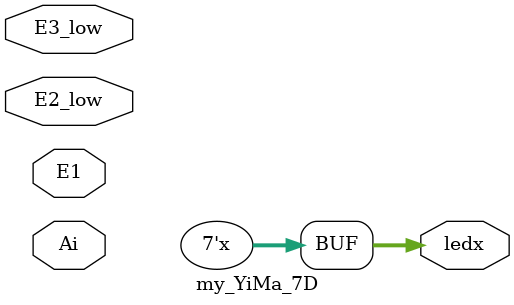
<source format=v>
module my_YiMa_7D(Ai,E1,E2_low,E3_low,ledx);
  
  input [3:0] Ai;
  input  E1;               //高电平有效使能端
  input  E2_low;           //低电平有效使能端
  input  E3_low;           //低电平有效使能
  
  reg a,b,c,d,e,f,g;
  reg [15:0] Y;
  
  
  output reg [6:0] ledx;
  
   
  
always @ (Ai or E1 or E2_low or E2_low) begin
  if(E1 && ~E2_low && ~E3_low)
    case(Ai)
	 4'b0000: Y =16'b1111_1111_1111_1110;
	 4'b0001: Y =16'b1111_1111_1111_1101;
	 4'b0010: Y =16'b1111_1111_1111_1011;
	 4'b0011: Y =16'b1111_1111_1111_0111;
	 4'b0100: Y =16'b1111_1111_1110_1111;
	 4'b0101: Y =16'b1111_1111_1101_1111;
	 4'b0110: Y =16'b1111_1111_1011_1111;
	 4'b0111: Y =16'b1111_1111_0111_1111;
	 4'b1000: Y =16'b1111_1110_1111_1111;
	 4'b1001: Y =16'b1111_1101_1111_1111;
	 4'b1010: Y =16'b1111_1011_1111_1111;
	 4'b1011: Y =16'b1111_0111_1111_1111;
	 4'b1100: Y =16'b1110_1111_1111_1111;
	 4'b1101: Y =16'b1101_1111_1111_1111;
	 4'b1110: Y =16'b1011_1111_1111_1111;
	 4'b1111: Y =16'b0111_1111_1111_1111;
	 default: Y =16'b1111_1111_1111_1111;
    endcase 
  else
    Y =16'b1111_1111_1111_1111;
  
  if(!(Y[0] && Y[2] && Y[3] && Y[5] && Y[6] && Y[7] && Y[8] && Y[9]))
    a <= 1'b1;
  if(Y[0] && Y[2] && Y[3] && Y[5] && Y[6] && Y[7] && Y[8] && Y[9])
    a <= 1'b0;
	 
  if(!(Y[0] && Y[1] && Y[2] && Y[3] && Y[4] && Y[7] && Y[8] && Y[9]))
    b <= 1'b1;
  if(Y[0] && Y[1] && Y[2] && Y[3] && Y[4] && Y[7] && Y[8] && Y[9])
    b <= 1'b0;
	 
  if(!(Y[0] && Y[1] && Y[3] && Y[4] && Y[5] && Y[6] && Y[7] && Y[8] && Y[9]))
    c <= 1'b1;
  if(Y[0] && Y[1] && Y[3] && Y[4] && Y[5] && Y[6] && Y[7] && Y[8] && Y[9])
    c <= 1'b0;
  
  if(!(Y[0] && Y[2] && Y[3] && Y[5] && Y[6] && Y[8] && Y[9]))
    d <= 1'b1;
  if(Y[0] && Y[2] && Y[3] && Y[5] && Y[6] && Y[8] && Y[9])
    d <= 1'b0;
  
  if(!(Y[0] && Y[2] && Y[6] && Y[8]))
    e <= 1'b1;
  if(Y[0] && Y[2] && Y[6] && Y[8])
    e <= 1'b0;
  
  if(!(Y[0] && Y[4] && Y[5] && Y[6] && Y[8] && Y[9]))
    f <= 1'b1;
  if(Y[0] && Y[4] && Y[5] && Y[6] && Y[8] && Y[9])
    f <= 1'b0;
  
  if(!(Y[2] && Y[3] && Y[4] &&Y[5] && Y[6] && Y[8] && Y[9]))
    g <= 1'b1;
  if(Y[2] && Y[3] && Y[4] &&Y[5] && Y[6] && Y[8] && Y[9])
    g <= 1'b0;
  

  ledx = {g,f,e,d,c,b,a};
  
  
end  
  
  
  
  



endmodule
</source>
